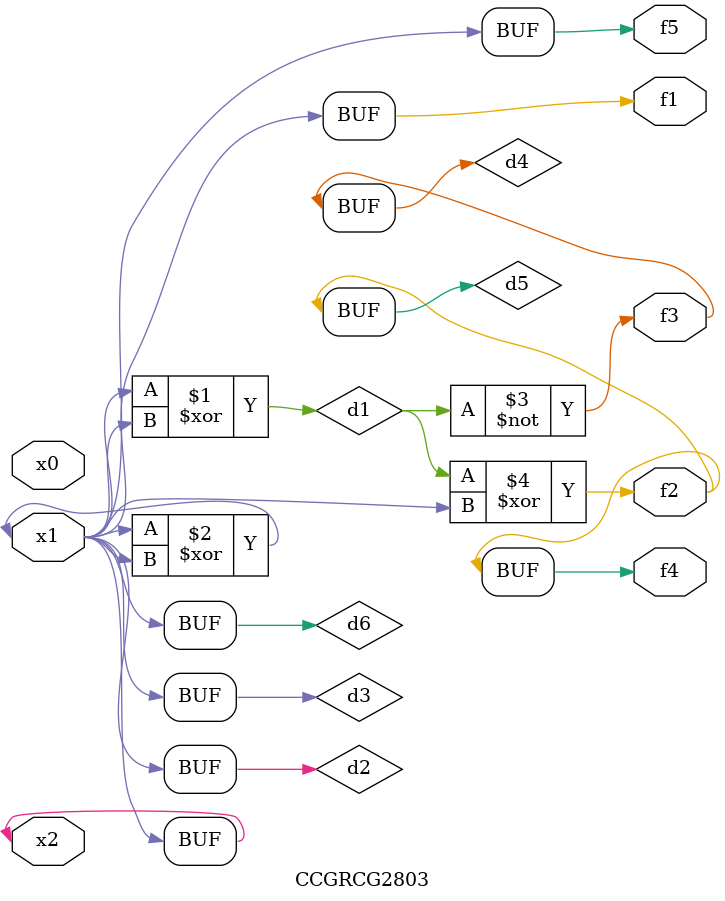
<source format=v>
module CCGRCG2803(
	input x0, x1, x2,
	output f1, f2, f3, f4, f5
);

	wire d1, d2, d3, d4, d5, d6;

	xor (d1, x1, x2);
	buf (d2, x1, x2);
	xor (d3, x1, x2);
	nor (d4, d1);
	xor (d5, d1, d2);
	buf (d6, d2, d3);
	assign f1 = d6;
	assign f2 = d5;
	assign f3 = d4;
	assign f4 = d5;
	assign f5 = d6;
endmodule

</source>
